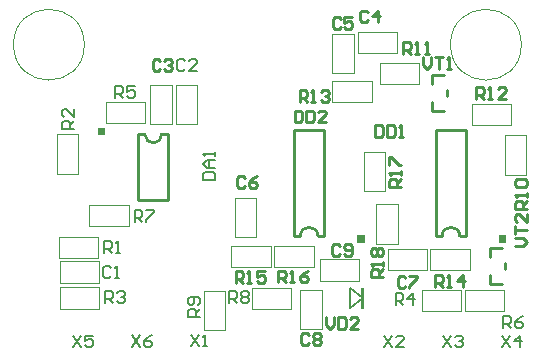
<source format=gto>
G04 Layer_Color=65535*
%FSLAX24Y24*%
%MOIN*%
G70*
G01*
G75*
%ADD10C,0.0079*%
%ADD30C,0.0039*%
%ADD31C,0.0100*%
G36*
X48713Y30012D02*
X48463D01*
Y30262D01*
X48713D01*
Y30012D01*
D02*
G37*
G36*
X48695Y27799D02*
X48585D01*
Y28519D01*
X48695D01*
Y27799D01*
D02*
G37*
G36*
X40071Y33587D02*
X39821D01*
Y33837D01*
X40071D01*
Y33587D01*
D02*
G37*
G36*
X53437Y30012D02*
X53187D01*
Y30262D01*
X53437D01*
Y30012D01*
D02*
G37*
D10*
X48215Y28489D02*
X48645Y28159D01*
X48215Y27829D02*
X48645Y28159D01*
X48215Y27829D02*
Y28489D01*
X40955Y26929D02*
X41217Y26535D01*
Y26929D02*
X40955Y26535D01*
X41611Y26929D02*
X41479Y26863D01*
X41348Y26732D01*
Y26601D01*
X41414Y26535D01*
X41545D01*
X41611Y26601D01*
Y26667D01*
X41545Y26732D01*
X41348D01*
X39006Y26919D02*
X39268Y26526D01*
Y26919D02*
X39006Y26526D01*
X39662Y26919D02*
X39399D01*
Y26722D01*
X39531Y26788D01*
X39596D01*
X39662Y26722D01*
Y26591D01*
X39596Y26526D01*
X39465D01*
X39399Y26591D01*
X53307Y26919D02*
X53569Y26526D01*
Y26919D02*
X53307Y26526D01*
X53897D02*
Y26919D01*
X53701Y26722D01*
X53963D01*
X51339Y26919D02*
X51601Y26526D01*
Y26919D02*
X51339Y26526D01*
X51732Y26854D02*
X51798Y26919D01*
X51929D01*
X51995Y26854D01*
Y26788D01*
X51929Y26722D01*
X51863D01*
X51929D01*
X51995Y26657D01*
Y26591D01*
X51929Y26526D01*
X51798D01*
X51732Y26591D01*
X49370Y26919D02*
X49632Y26526D01*
Y26919D02*
X49370Y26526D01*
X50026D02*
X49764D01*
X50026Y26788D01*
Y26854D01*
X49960Y26919D01*
X49829D01*
X49764Y26854D01*
X42923Y26949D02*
X43186Y26555D01*
Y26949D02*
X42923Y26555D01*
X43317D02*
X43448D01*
X43382D01*
Y26949D01*
X43317Y26883D01*
X43218Y27549D02*
X42825D01*
Y27746D01*
X42891Y27812D01*
X43022D01*
X43087Y27746D01*
Y27549D01*
Y27680D02*
X43218Y27812D01*
X43153Y27943D02*
X43218Y28008D01*
Y28140D01*
X43153Y28205D01*
X42891D01*
X42825Y28140D01*
Y28008D01*
X42891Y27943D01*
X42956D01*
X43022Y28008D01*
Y28205D01*
X44193Y28002D02*
Y28396D01*
X44390D01*
X44455Y28330D01*
Y28199D01*
X44390Y28133D01*
X44193D01*
X44324D02*
X44455Y28002D01*
X44586Y28330D02*
X44652Y28396D01*
X44783D01*
X44849Y28330D01*
Y28264D01*
X44783Y28199D01*
X44849Y28133D01*
Y28068D01*
X44783Y28002D01*
X44652D01*
X44586Y28068D01*
Y28133D01*
X44652Y28199D01*
X44586Y28264D01*
Y28330D01*
X44652Y28199D02*
X44783D01*
X41043Y30709D02*
Y31102D01*
X41240D01*
X41306Y31037D01*
Y30905D01*
X41240Y30840D01*
X41043D01*
X41175D02*
X41306Y30709D01*
X41437Y31102D02*
X41699D01*
Y31037D01*
X41437Y30774D01*
Y30709D01*
X53337Y27185D02*
Y27579D01*
X53533D01*
X53599Y27513D01*
Y27382D01*
X53533Y27316D01*
X53337D01*
X53468D02*
X53599Y27185D01*
X53993Y27579D02*
X53861Y27513D01*
X53730Y27382D01*
Y27251D01*
X53796Y27185D01*
X53927D01*
X53993Y27251D01*
Y27316D01*
X53927Y27382D01*
X53730D01*
X40404Y34852D02*
Y35246D01*
X40600D01*
X40666Y35180D01*
Y35049D01*
X40600Y34984D01*
X40404D01*
X40535D02*
X40666Y34852D01*
X41059Y35246D02*
X40797D01*
Y35049D01*
X40928Y35115D01*
X40994D01*
X41059Y35049D01*
Y34918D01*
X40994Y34852D01*
X40863D01*
X40797Y34918D01*
X49744Y27933D02*
Y28327D01*
X49941D01*
X50006Y28261D01*
Y28130D01*
X49941Y28064D01*
X49744D01*
X49875D02*
X50006Y27933D01*
X50334D02*
Y28327D01*
X50138Y28130D01*
X50400D01*
X40069Y28012D02*
Y28405D01*
X40266D01*
X40331Y28340D01*
Y28209D01*
X40266Y28143D01*
X40069D01*
X40200D02*
X40331Y28012D01*
X40462Y28340D02*
X40528Y28405D01*
X40659D01*
X40725Y28340D01*
Y28274D01*
X40659Y28209D01*
X40594D01*
X40659D01*
X40725Y28143D01*
Y28077D01*
X40659Y28012D01*
X40528D01*
X40462Y28077D01*
X39016Y33799D02*
X38622D01*
Y33996D01*
X38688Y34062D01*
X38819D01*
X38885Y33996D01*
Y33799D01*
Y33930D02*
X39016Y34062D01*
Y34455D02*
Y34193D01*
X38753Y34455D01*
X38688D01*
X38622Y34390D01*
Y34258D01*
X38688Y34193D01*
X40030Y29675D02*
Y30069D01*
X40226D01*
X40292Y30003D01*
Y29872D01*
X40226Y29806D01*
X40030D01*
X40161D02*
X40292Y29675D01*
X40423D02*
X40554D01*
X40489D01*
Y30069D01*
X40423Y30003D01*
X43337Y32116D02*
X43730D01*
Y32313D01*
X43665Y32379D01*
X43402D01*
X43337Y32313D01*
Y32116D01*
X43730Y32510D02*
X43468D01*
X43337Y32641D01*
X43468Y32772D01*
X43730D01*
X43534D01*
Y32510D01*
X43730Y32903D02*
Y33034D01*
Y32969D01*
X43337D01*
X43402Y32903D01*
X42723Y36076D02*
X42657Y36142D01*
X42526D01*
X42461Y36076D01*
Y35814D01*
X42526Y35748D01*
X42657D01*
X42723Y35814D01*
X43117Y35748D02*
X42854D01*
X43117Y36010D01*
Y36076D01*
X43051Y36142D01*
X42920D01*
X42854Y36076D01*
X40262Y29167D02*
X40197Y29232D01*
X40066D01*
X40000Y29167D01*
Y28904D01*
X40066Y28839D01*
X40197D01*
X40262Y28904D01*
X40394Y28839D02*
X40525D01*
X40459D01*
Y29232D01*
X40394Y29167D01*
D30*
X39370Y36614D02*
G03*
X39370Y36614I-1181J0D01*
G01*
X53937D02*
G03*
X53937Y36614I-1181J0D01*
G01*
X43350Y27098D02*
Y28413D01*
X44051Y27098D02*
Y28413D01*
X43350D02*
X44051D01*
X43350Y27098D02*
X44051D01*
X44943Y27809D02*
X46258D01*
X44943Y28510D02*
X46258D01*
X44943Y27809D02*
Y28510D01*
X46258Y27809D02*
Y28510D01*
X39530Y30575D02*
X40844D01*
X39530Y31276D02*
X40844D01*
X39530Y30575D02*
Y31276D01*
X40844Y30575D02*
Y31276D01*
X52059Y28431D02*
X53374D01*
X52059Y27730D02*
X53374D01*
Y28431D01*
X52059Y27730D02*
Y28431D01*
X40081Y34691D02*
X41396D01*
X40081Y33990D02*
X41396D01*
Y34691D01*
X40081Y33990D02*
Y34691D01*
X38555Y28520D02*
X39870D01*
X38555Y27819D02*
X39870D01*
Y28520D01*
X38555Y27819D02*
Y28520D01*
X39150Y32305D02*
Y33620D01*
X38449Y32305D02*
Y33620D01*
Y32305D02*
X39150D01*
X38449Y33620D02*
X39150D01*
X38516Y30213D02*
X39831D01*
X38516Y29512D02*
X39831D01*
Y30213D01*
X38516Y29512D02*
Y30213D01*
X42411Y33957D02*
Y35256D01*
X43120Y33957D02*
Y35256D01*
X42411Y33957D02*
X43120D01*
X42411Y35256D02*
X43120D01*
X38543Y28681D02*
X39843D01*
X38543Y29390D02*
X39843D01*
Y28681D02*
Y29390D01*
X38543Y28681D02*
Y29390D01*
X50612Y28431D02*
X51927D01*
X50612Y27730D02*
X51927D01*
Y28431D01*
X50612Y27730D02*
Y28431D01*
X44380Y31516D02*
X45089D01*
X44380Y30217D02*
X45089D01*
Y31516D01*
X44380Y30217D02*
Y31516D01*
X48494Y36329D02*
Y37037D01*
X49793Y36329D02*
Y37037D01*
X48494D02*
X49793D01*
X48494Y36329D02*
X49793D01*
X47640Y34718D02*
Y35419D01*
X48955Y34718D02*
Y35419D01*
X47640Y34718D02*
X48955D01*
X47640Y35419D02*
X48955D01*
X47638Y36978D02*
X48346D01*
X47638Y35679D02*
X48346D01*
Y36978D01*
X47638Y35679D02*
Y36978D01*
X48695Y31734D02*
X49396D01*
X48695Y33049D02*
X49396D01*
Y31734D02*
Y33049D01*
X48695Y31734D02*
Y33049D01*
X49108Y31297D02*
X49809D01*
X49108Y29982D02*
X49809D01*
X49108D02*
Y31297D01*
X49809Y29982D02*
Y31297D01*
X53390Y32276D02*
X54091D01*
X53390Y33591D02*
X54091D01*
Y32276D02*
Y33591D01*
X53390Y32276D02*
Y33591D01*
X49478Y29104D02*
Y29813D01*
X50778Y29104D02*
Y29813D01*
X49478D02*
X50778D01*
X49478Y29104D02*
X50778D01*
X52213Y29108D02*
Y29809D01*
X50898Y29108D02*
Y29809D01*
X52213D01*
X50898Y29108D02*
X52213D01*
X52276Y33921D02*
Y34622D01*
X53591Y33921D02*
Y34622D01*
X52276Y33921D02*
X53591D01*
X52276Y34622D02*
X53591D01*
X48533Y28750D02*
Y29459D01*
X47234Y28750D02*
Y29459D01*
Y28750D02*
X48533D01*
X47234Y29459D02*
X48533D01*
X45701Y29197D02*
Y29898D01*
X47016Y29197D02*
Y29898D01*
X45701Y29197D02*
X47016D01*
X45701Y29898D02*
X47016D01*
X49215Y35289D02*
Y35990D01*
X50530Y35289D02*
Y35990D01*
X49215Y35289D02*
X50530D01*
X49215Y35990D02*
X50530D01*
X45579Y29197D02*
Y29898D01*
X44264Y29197D02*
Y29898D01*
X45579D01*
X44264Y29197D02*
X45579D01*
X46575Y27146D02*
X47283D01*
X46575Y28445D02*
X47283D01*
X46575Y27146D02*
Y28445D01*
X47283Y27146D02*
Y28445D01*
X41575Y35256D02*
X42283D01*
X41575Y33957D02*
X42283D01*
Y35256D01*
X41575Y33957D02*
Y35256D01*
D31*
X41390Y33616D02*
G03*
X41948Y33635I280J0D01*
G01*
X47159Y30232D02*
G03*
X46569Y30232I-295J0D01*
G01*
X51884D02*
G03*
X51293Y30232I-295J0D01*
G01*
X41171Y33637D02*
X41371D01*
X41971D02*
X42171D01*
X41171Y31437D02*
X42171D01*
X41171D02*
Y33637D01*
X42171Y31437D02*
Y33637D01*
X47159Y30232D02*
X47356D01*
X46372D02*
X46569D01*
X46372Y33776D02*
X47356D01*
Y30232D02*
Y33776D01*
X46372Y30232D02*
Y33776D01*
X51884Y30232D02*
X52081D01*
X51096D02*
X51293D01*
X51096Y33776D02*
X52081D01*
Y30232D02*
Y33776D01*
X51096Y30232D02*
Y33776D01*
X52907Y28629D02*
Y28929D01*
Y29829D02*
X53307D01*
X52907Y29529D02*
Y29829D01*
X53407Y29129D02*
Y29329D01*
X52907Y28629D02*
X53307D01*
X50968Y34396D02*
Y34696D01*
Y35596D02*
X51368D01*
X50968Y35296D02*
Y35596D01*
X51468Y34896D02*
Y35096D01*
X50968Y34396D02*
X51368D01*
X41906Y36066D02*
X41840Y36132D01*
X41709D01*
X41644Y36066D01*
Y35804D01*
X41709Y35738D01*
X41840D01*
X41906Y35804D01*
X42037Y36066D02*
X42103Y36132D01*
X42234D01*
X42300Y36066D01*
Y36001D01*
X42234Y35935D01*
X42168D01*
X42234D01*
X42300Y35869D01*
Y35804D01*
X42234Y35738D01*
X42103D01*
X42037Y35804D01*
X48838Y37687D02*
X48772Y37753D01*
X48641D01*
X48575Y37687D01*
Y37425D01*
X48641Y37359D01*
X48772D01*
X48838Y37425D01*
X49166Y37359D02*
Y37753D01*
X48969Y37556D01*
X49231D01*
X47910Y37474D02*
X47844Y37539D01*
X47713D01*
X47648Y37474D01*
Y37211D01*
X47713Y37146D01*
X47844D01*
X47910Y37211D01*
X48304Y37539D02*
X48041D01*
Y37342D01*
X48172Y37408D01*
X48238D01*
X48304Y37342D01*
Y37211D01*
X48238Y37146D01*
X48107D01*
X48041Y37211D01*
X44719Y32168D02*
X44654Y32234D01*
X44522D01*
X44457Y32168D01*
Y31906D01*
X44522Y31840D01*
X44654D01*
X44719Y31906D01*
X45113Y32234D02*
X44982Y32168D01*
X44850Y32037D01*
Y31906D01*
X44916Y31840D01*
X45047D01*
X45113Y31906D01*
Y31972D01*
X45047Y32037D01*
X44850D01*
X50075Y28842D02*
X50010Y28907D01*
X49879D01*
X49813Y28842D01*
Y28579D01*
X49879Y28514D01*
X50010D01*
X50075Y28579D01*
X50207Y28907D02*
X50469D01*
Y28842D01*
X50207Y28579D01*
Y28514D01*
X46867Y26942D02*
X46801Y27008D01*
X46670D01*
X46604Y26942D01*
Y26680D01*
X46670Y26614D01*
X46801D01*
X46867Y26680D01*
X46998Y26942D02*
X47063Y27008D01*
X47195D01*
X47260Y26942D01*
Y26877D01*
X47195Y26811D01*
X47260Y26745D01*
Y26680D01*
X47195Y26614D01*
X47063D01*
X46998Y26680D01*
Y26745D01*
X47063Y26811D01*
X46998Y26877D01*
Y26942D01*
X47063Y26811D02*
X47195D01*
X47900Y29905D02*
X47835Y29970D01*
X47703D01*
X47638Y29905D01*
Y29642D01*
X47703Y29577D01*
X47835D01*
X47900Y29642D01*
X48031D02*
X48097Y29577D01*
X48228D01*
X48294Y29642D01*
Y29905D01*
X48228Y29970D01*
X48097D01*
X48031Y29905D01*
Y29839D01*
X48097Y29774D01*
X48294D01*
X49075Y33927D02*
Y33533D01*
X49272D01*
X49337Y33599D01*
Y33861D01*
X49272Y33927D01*
X49075D01*
X49468D02*
Y33533D01*
X49665D01*
X49731Y33599D01*
Y33861D01*
X49665Y33927D01*
X49468D01*
X49862Y33533D02*
X49993D01*
X49928D01*
Y33927D01*
X49862Y33861D01*
X46378Y34419D02*
Y34026D01*
X46575D01*
X46640Y34091D01*
Y34354D01*
X46575Y34419D01*
X46378D01*
X46772D02*
Y34026D01*
X46968D01*
X47034Y34091D01*
Y34354D01*
X46968Y34419D01*
X46772D01*
X47427Y34026D02*
X47165D01*
X47427Y34288D01*
Y34354D01*
X47362Y34419D01*
X47231D01*
X47165Y34354D01*
X54114Y31152D02*
X53721D01*
Y31348D01*
X53786Y31414D01*
X53917D01*
X53983Y31348D01*
Y31152D01*
Y31283D02*
X54114Y31414D01*
Y31545D02*
Y31676D01*
Y31611D01*
X53721D01*
X53786Y31545D01*
Y31873D02*
X53721Y31939D01*
Y32070D01*
X53786Y32136D01*
X54049D01*
X54114Y32070D01*
Y31939D01*
X54049Y31873D01*
X53786D01*
X50000Y36319D02*
Y36712D01*
X50197D01*
X50262Y36647D01*
Y36516D01*
X50197Y36450D01*
X50000D01*
X50131D02*
X50262Y36319D01*
X50394D02*
X50525D01*
X50459D01*
Y36712D01*
X50394Y36647D01*
X50722Y36319D02*
X50853D01*
X50787D01*
Y36712D01*
X50722Y36647D01*
X52441Y34813D02*
Y35207D01*
X52638D01*
X52703Y35141D01*
Y35010D01*
X52638Y34944D01*
X52441D01*
X52572D02*
X52703Y34813D01*
X52835D02*
X52966D01*
X52900D01*
Y35207D01*
X52835Y35141D01*
X53425Y34813D02*
X53162D01*
X53425Y35075D01*
Y35141D01*
X53359Y35207D01*
X53228D01*
X53162Y35141D01*
X46545Y34695D02*
Y35088D01*
X46742D01*
X46808Y35023D01*
Y34892D01*
X46742Y34826D01*
X46545D01*
X46676D02*
X46808Y34695D01*
X46939D02*
X47070D01*
X47004D01*
Y35088D01*
X46939Y35023D01*
X47267D02*
X47332Y35088D01*
X47464D01*
X47529Y35023D01*
Y34957D01*
X47464Y34892D01*
X47398D01*
X47464D01*
X47529Y34826D01*
Y34760D01*
X47464Y34695D01*
X47332D01*
X47267Y34760D01*
X51073Y28553D02*
Y28947D01*
X51270D01*
X51335Y28881D01*
Y28750D01*
X51270Y28684D01*
X51073D01*
X51204D02*
X51335Y28553D01*
X51466D02*
X51598D01*
X51532D01*
Y28947D01*
X51466Y28881D01*
X51991Y28553D02*
Y28947D01*
X51794Y28750D01*
X52057D01*
X44409Y28671D02*
Y29065D01*
X44606D01*
X44672Y28999D01*
Y28868D01*
X44606Y28802D01*
X44409D01*
X44541D02*
X44672Y28671D01*
X44803D02*
X44934D01*
X44869D01*
Y29065D01*
X44803Y28999D01*
X45393Y29065D02*
X45131D01*
Y28868D01*
X45262Y28934D01*
X45328D01*
X45393Y28868D01*
Y28737D01*
X45328Y28671D01*
X45197D01*
X45131Y28737D01*
X45837Y28691D02*
Y29085D01*
X46033D01*
X46099Y29019D01*
Y28888D01*
X46033Y28822D01*
X45837D01*
X45968D02*
X46099Y28691D01*
X46230D02*
X46361D01*
X46296D01*
Y29085D01*
X46230Y29019D01*
X46821Y29085D02*
X46689Y29019D01*
X46558Y28888D01*
Y28757D01*
X46624Y28691D01*
X46755D01*
X46821Y28757D01*
Y28822D01*
X46755Y28888D01*
X46558D01*
X49931Y31880D02*
X49538D01*
Y32077D01*
X49603Y32142D01*
X49734D01*
X49800Y32077D01*
Y31880D01*
Y32011D02*
X49931Y32142D01*
Y32273D02*
Y32405D01*
Y32339D01*
X49538D01*
X49603Y32273D01*
X49538Y32601D02*
Y32864D01*
X49603D01*
X49866Y32601D01*
X49931D01*
X49321Y28858D02*
X48927D01*
Y29055D01*
X48993Y29121D01*
X49124D01*
X49190Y29055D01*
Y28858D01*
Y28989D02*
X49321Y29121D01*
Y29252D02*
Y29383D01*
Y29317D01*
X48927D01*
X48993Y29252D01*
Y29580D02*
X48927Y29645D01*
Y29777D01*
X48993Y29842D01*
X49058D01*
X49124Y29777D01*
X49190Y29842D01*
X49255D01*
X49321Y29777D01*
Y29645D01*
X49255Y29580D01*
X49190D01*
X49124Y29645D01*
X49058Y29580D01*
X48993D01*
X49124Y29645D02*
Y29777D01*
X47441Y27529D02*
Y27267D01*
X47572Y27136D01*
X47703Y27267D01*
Y27529D01*
X47835D02*
Y27136D01*
X48031D01*
X48097Y27201D01*
Y27464D01*
X48031Y27529D01*
X47835D01*
X48490Y27136D02*
X48228D01*
X48490Y27398D01*
Y27464D01*
X48425Y27529D01*
X48294D01*
X48228Y27464D01*
X50669Y36191D02*
Y35928D01*
X50800Y35797D01*
X50932Y35928D01*
Y36191D01*
X51063D02*
X51325D01*
X51194D01*
Y35797D01*
X51456D02*
X51588D01*
X51522D01*
Y36191D01*
X51456Y36125D01*
X53721Y29911D02*
X53983D01*
X54114Y30043D01*
X53983Y30174D01*
X53721D01*
Y30305D02*
Y30567D01*
Y30436D01*
X54114D01*
Y30961D02*
Y30699D01*
X53852Y30961D01*
X53786D01*
X53721Y30895D01*
Y30764D01*
X53786Y30699D01*
M02*

</source>
